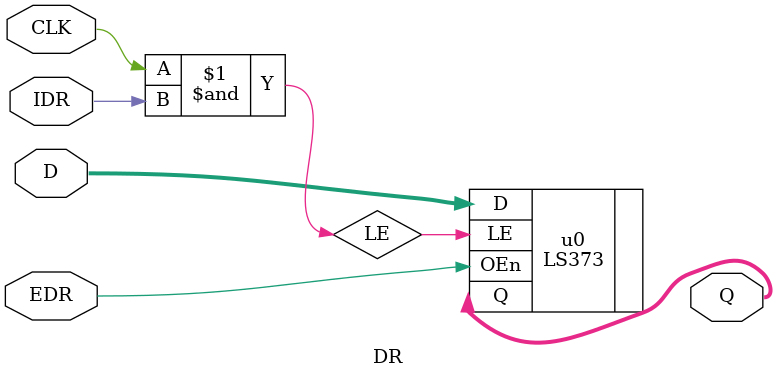
<source format=v>
`timescale 1ns / 1ps


module DR(
input wire CLK,
input wire IDR,
input wire EDR,
input wire [7:0] D,
output wire [7:0] Q
    );
    wire LE;
    assign LE=CLK&IDR;
    LS373 u0(
    .OEn(EDR),
    .LE(LE),
    .D(D),
    .Q(Q)
    );
endmodule
</source>
